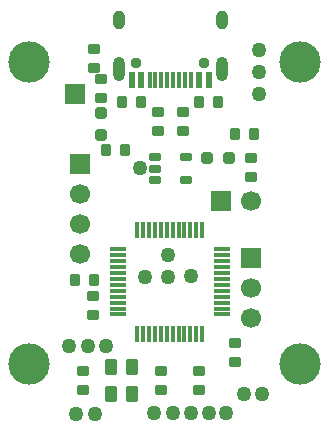
<source format=gts>
G04 Layer_Color=8388736*
%FSLAX25Y25*%
%MOIN*%
G70*
G01*
G75*
G04:AMPARAMS|DCode=11|XSize=11.81mil|YSize=55.12mil|CornerRadius=2.95mil|HoleSize=0mil|Usage=FLASHONLY|Rotation=270.000|XOffset=0mil|YOffset=0mil|HoleType=Round|Shape=RoundedRectangle|*
%AMROUNDEDRECTD11*
21,1,0.01181,0.04921,0,0,270.0*
21,1,0.00591,0.05512,0,0,270.0*
1,1,0.00591,-0.02461,-0.00295*
1,1,0.00591,-0.02461,0.00295*
1,1,0.00591,0.02461,0.00295*
1,1,0.00591,0.02461,-0.00295*
%
%ADD11ROUNDEDRECTD11*%
G04:AMPARAMS|DCode=12|XSize=11.81mil|YSize=55.12mil|CornerRadius=2.95mil|HoleSize=0mil|Usage=FLASHONLY|Rotation=180.000|XOffset=0mil|YOffset=0mil|HoleType=Round|Shape=RoundedRectangle|*
%AMROUNDEDRECTD12*
21,1,0.01181,0.04921,0,0,180.0*
21,1,0.00591,0.05512,0,0,180.0*
1,1,0.00591,-0.00295,0.02461*
1,1,0.00591,0.00295,0.02461*
1,1,0.00591,0.00295,-0.02461*
1,1,0.00591,-0.00295,-0.02461*
%
%ADD12ROUNDEDRECTD12*%
G04:AMPARAMS|DCode=13|XSize=31.5mil|YSize=39.37mil|CornerRadius=4.72mil|HoleSize=0mil|Usage=FLASHONLY|Rotation=90.000|XOffset=0mil|YOffset=0mil|HoleType=Round|Shape=RoundedRectangle|*
%AMROUNDEDRECTD13*
21,1,0.03150,0.02992,0,0,90.0*
21,1,0.02205,0.03937,0,0,90.0*
1,1,0.00945,0.01496,0.01102*
1,1,0.00945,0.01496,-0.01102*
1,1,0.00945,-0.01496,-0.01102*
1,1,0.00945,-0.01496,0.01102*
%
%ADD13ROUNDEDRECTD13*%
G04:AMPARAMS|DCode=14|XSize=51.18mil|YSize=43.31mil|CornerRadius=5.41mil|HoleSize=0mil|Usage=FLASHONLY|Rotation=270.000|XOffset=0mil|YOffset=0mil|HoleType=Round|Shape=RoundedRectangle|*
%AMROUNDEDRECTD14*
21,1,0.05118,0.03248,0,0,270.0*
21,1,0.04035,0.04331,0,0,270.0*
1,1,0.01083,-0.01624,-0.02018*
1,1,0.01083,-0.01624,0.02018*
1,1,0.01083,0.01624,0.02018*
1,1,0.01083,0.01624,-0.02018*
%
%ADD14ROUNDEDRECTD14*%
G04:AMPARAMS|DCode=15|XSize=31.5mil|YSize=39.37mil|CornerRadius=4.72mil|HoleSize=0mil|Usage=FLASHONLY|Rotation=0.000|XOffset=0mil|YOffset=0mil|HoleType=Round|Shape=RoundedRectangle|*
%AMROUNDEDRECTD15*
21,1,0.03150,0.02992,0,0,0.0*
21,1,0.02205,0.03937,0,0,0.0*
1,1,0.00945,0.01102,-0.01496*
1,1,0.00945,-0.01102,-0.01496*
1,1,0.00945,-0.01102,0.01496*
1,1,0.00945,0.01102,0.01496*
%
%ADD15ROUNDEDRECTD15*%
G04:AMPARAMS|DCode=16|XSize=23.62mil|YSize=43.31mil|CornerRadius=3.54mil|HoleSize=0mil|Usage=FLASHONLY|Rotation=270.000|XOffset=0mil|YOffset=0mil|HoleType=Round|Shape=RoundedRectangle|*
%AMROUNDEDRECTD16*
21,1,0.02362,0.03622,0,0,270.0*
21,1,0.01654,0.04331,0,0,270.0*
1,1,0.00709,-0.01811,-0.00827*
1,1,0.00709,-0.01811,0.00827*
1,1,0.00709,0.01811,0.00827*
1,1,0.00709,0.01811,-0.00827*
%
%ADD16ROUNDEDRECTD16*%
G04:AMPARAMS|DCode=17|XSize=39.37mil|YSize=37.4mil|CornerRadius=5.61mil|HoleSize=0mil|Usage=FLASHONLY|Rotation=270.000|XOffset=0mil|YOffset=0mil|HoleType=Round|Shape=RoundedRectangle|*
%AMROUNDEDRECTD17*
21,1,0.03937,0.02618,0,0,270.0*
21,1,0.02815,0.03740,0,0,270.0*
1,1,0.01122,-0.01309,-0.01407*
1,1,0.01122,-0.01309,0.01407*
1,1,0.01122,0.01309,0.01407*
1,1,0.01122,0.01309,-0.01407*
%
%ADD17ROUNDEDRECTD17*%
G04:AMPARAMS|DCode=18|XSize=39.37mil|YSize=37.4mil|CornerRadius=5.61mil|HoleSize=0mil|Usage=FLASHONLY|Rotation=180.000|XOffset=0mil|YOffset=0mil|HoleType=Round|Shape=RoundedRectangle|*
%AMROUNDEDRECTD18*
21,1,0.03937,0.02618,0,0,180.0*
21,1,0.02815,0.03740,0,0,180.0*
1,1,0.01122,-0.01407,0.01309*
1,1,0.01122,0.01407,0.01309*
1,1,0.01122,0.01407,-0.01309*
1,1,0.01122,-0.01407,-0.01309*
%
%ADD18ROUNDEDRECTD18*%
%ADD19R,0.02362X0.05709*%
%ADD20R,0.01181X0.05709*%
%ADD22R,0.06693X0.06693*%
%ADD23C,0.06693*%
%ADD24O,0.03937X0.06299*%
%ADD25O,0.03937X0.08268*%
%ADD26R,0.06693X0.06693*%
%ADD27C,0.13780*%
%ADD28C,0.05000*%
%ADD29C,0.03740*%
D11*
X43465Y36331D02*
D03*
Y38299D02*
D03*
Y40268D02*
D03*
Y42236D02*
D03*
Y44205D02*
D03*
Y46173D02*
D03*
Y48142D02*
D03*
Y50110D02*
D03*
Y52079D02*
D03*
Y54047D02*
D03*
Y56016D02*
D03*
Y57984D02*
D03*
X78110D02*
D03*
Y56016D02*
D03*
Y54047D02*
D03*
Y52079D02*
D03*
Y50110D02*
D03*
Y48142D02*
D03*
Y46173D02*
D03*
Y44205D02*
D03*
Y42236D02*
D03*
Y40268D02*
D03*
Y38299D02*
D03*
Y36331D02*
D03*
D12*
X49961Y64480D02*
D03*
X51929D02*
D03*
X53898D02*
D03*
X55866D02*
D03*
X57835D02*
D03*
X59803D02*
D03*
X61772D02*
D03*
X63740D02*
D03*
X65709D02*
D03*
X67677D02*
D03*
X69646D02*
D03*
X71614D02*
D03*
Y29835D02*
D03*
X69646D02*
D03*
X67677D02*
D03*
X65709D02*
D03*
X63740D02*
D03*
X61772D02*
D03*
X59803D02*
D03*
X57835D02*
D03*
X55866D02*
D03*
X53898D02*
D03*
X51929D02*
D03*
X49961D02*
D03*
D13*
X57933Y17433D02*
D03*
Y11134D02*
D03*
X31752Y11232D02*
D03*
Y17531D02*
D03*
X65118Y97551D02*
D03*
Y103850D02*
D03*
X56850Y97551D02*
D03*
Y103850D02*
D03*
X38051Y108575D02*
D03*
Y114874D02*
D03*
X87854Y88595D02*
D03*
Y82295D02*
D03*
X82441Y26685D02*
D03*
Y20386D02*
D03*
X70433Y17433D02*
D03*
Y11134D02*
D03*
X35197Y42433D02*
D03*
Y36134D02*
D03*
X35591Y124717D02*
D03*
Y118417D02*
D03*
D14*
X41299Y9756D02*
D03*
Y18811D02*
D03*
X48386Y9756D02*
D03*
Y18811D02*
D03*
D15*
X51339Y107000D02*
D03*
X45039D02*
D03*
X70531Y107098D02*
D03*
X76831D02*
D03*
X39528Y91252D02*
D03*
X45827D02*
D03*
X29291Y47945D02*
D03*
X35591D02*
D03*
X82638Y96370D02*
D03*
X88937D02*
D03*
D16*
X56063Y88693D02*
D03*
Y81213D02*
D03*
Y84953D02*
D03*
X66299Y88693D02*
D03*
Y81213D02*
D03*
D17*
X38051Y95976D02*
D03*
Y103457D02*
D03*
D18*
X73189Y88595D02*
D03*
X80669D02*
D03*
D19*
X73779Y114480D02*
D03*
X70630D02*
D03*
X51339D02*
D03*
X48189D02*
D03*
D20*
X61968D02*
D03*
X63937D02*
D03*
X65905D02*
D03*
X67874D02*
D03*
X60000D02*
D03*
X56063D02*
D03*
X54094D02*
D03*
X58031D02*
D03*
D22*
X30866Y86528D02*
D03*
X87854Y55091D02*
D03*
X29331Y109843D02*
D03*
D23*
X30866Y76528D02*
D03*
Y66528D02*
D03*
Y56528D02*
D03*
X87854Y35091D02*
D03*
Y45091D02*
D03*
X87815Y74028D02*
D03*
D24*
X43976Y134539D02*
D03*
X78091D02*
D03*
D25*
X43976Y118220D02*
D03*
X78091D02*
D03*
D26*
X77815Y74028D02*
D03*
D27*
X104291Y120386D02*
D03*
Y19685D02*
D03*
X13740D02*
D03*
Y120386D02*
D03*
D28*
X67776Y49028D02*
D03*
X60394Y56016D02*
D03*
X60197Y48929D02*
D03*
X52421D02*
D03*
X90709Y124421D02*
D03*
X39528Y25898D02*
D03*
X33622D02*
D03*
X90709Y109756D02*
D03*
Y117039D02*
D03*
X35984Y3161D02*
D03*
X61968Y3457D02*
D03*
X79685D02*
D03*
X50748Y85248D02*
D03*
X73779Y3457D02*
D03*
X67874D02*
D03*
X55669D02*
D03*
X29685Y3063D02*
D03*
X27323Y25898D02*
D03*
X91496Y9756D02*
D03*
X85590D02*
D03*
D29*
X72362Y120169D02*
D03*
X49606D02*
D03*
M02*

</source>
